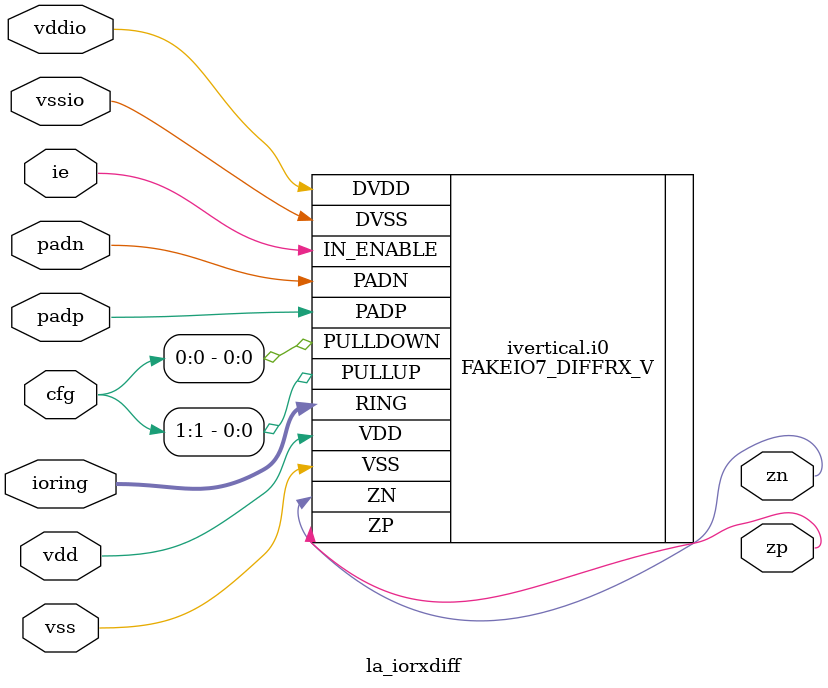
<source format=v>
/*****************************************************************************
 * Function: Digital Differential Receiver IO Cell
 * Copyright: Lambda Project Authors. All rights Reserved.
 * License:  MIT (see LICENSE file in Lambda repository)
 *
 * Docs:
 *
 * ../README.md
 *
 ****************************************************************************/
module la_iorxdiff #(
    parameter PROP  = "DEFAULT",  // cell property
    parameter SIDE  = "NO",       // "NO", "SO", "EA", "WE"
    parameter CFGW  = 16,         // width of core config bus
    parameter RINGW = 8           // width of io ring
) (  // io pad signals
    inout              padp,    // differential pad input (positive)
    inout              padn,    // differential pad input (negative)
    inout              vdd,     // core supply
    inout              vss,     // core ground
    inout              vddio,   // io supply
    inout              vssio,   // io ground
    // core facing signals
    output             zp,      // digital output to core (positive)
    output             zn,      // digital output to core (negative)
    input              ie,      // input enable, 1 = active
    inout  [RINGW-1:0] ioring,  // generic ioring interface
    input  [ CFGW-1:0] cfg      // generic config interface
);

  generate
    if (SIDE == "NO" | SIDE == "SO") begin : ivertical
      FAKEIO7_DIFFRX_V i0 (
          .PADP(padp),
          .PADN(padn),
          // core
          .ZP(zp),
          .ZN(zn),
          //supplies
          .DVDD(vddio),
          .DVSS(vssio),
          .VDD(vdd),
          .VSS(vss),
          // config
          .IN_ENABLE(ie),
          .PULLDOWN(cfg[0]),
          .PULLUP(cfg[1]),
          // ring signals
          .RING(ioring)
      );
    end else begin : ihorizontal
      FAKEIO7_DIFFRX_H i0 (
          .PADP(padp),
          .PADN(padn),
          // core
          .ZP(zp),
          .ZN(zn),
          //supplies
          .DVDD(vddio),
          .DVSS(vssio),
          .VDD(vdd),
          .VSS(vss),
          // config
          .IN_ENABLE(ie),
          .PULLDOWN(cfg[0]),
          .PULLUP(cfg[1]),
          // ring signals
          .RING(ioring)
      );
    end
  endgenerate

endmodule

</source>
